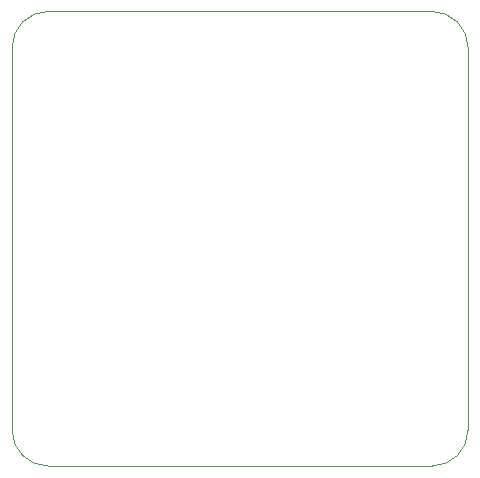
<source format=gm1>
%TF.GenerationSoftware,KiCad,Pcbnew,6.0.0*%
%TF.CreationDate,2022-01-11T23:33:25+00:00*%
%TF.ProjectId,qfp-80-breakout,7166702d-3830-42d6-9272-65616b6f7574,rev?*%
%TF.SameCoordinates,Original*%
%TF.FileFunction,Profile,NP*%
%FSLAX46Y46*%
G04 Gerber Fmt 4.6, Leading zero omitted, Abs format (unit mm)*
G04 Created by KiCad (PCBNEW 6.0.0) date 2022-01-11 23:33:25*
%MOMM*%
%LPD*%
G01*
G04 APERTURE LIST*
%TA.AperFunction,Profile*%
%ADD10C,0.100000*%
%TD*%
G04 APERTURE END LIST*
D10*
X166878000Y-126622739D02*
X166878000Y-94234000D01*
X202438000Y-129670739D02*
X169926000Y-129670739D01*
X205486000Y-94234000D02*
X205486000Y-126622739D01*
X169926000Y-91186000D02*
X202438000Y-91186000D01*
X166878000Y-126622739D02*
G75*
G03*
X169926000Y-129670739I3048000J0D01*
G01*
X202438000Y-129670739D02*
G75*
G03*
X205486000Y-126622739I0J3048000D01*
G01*
X205486000Y-94234000D02*
G75*
G03*
X202438000Y-91186000I-3048000J0D01*
G01*
X169926000Y-91186000D02*
G75*
G03*
X166878000Y-94234000I0J-3048000D01*
G01*
M02*

</source>
